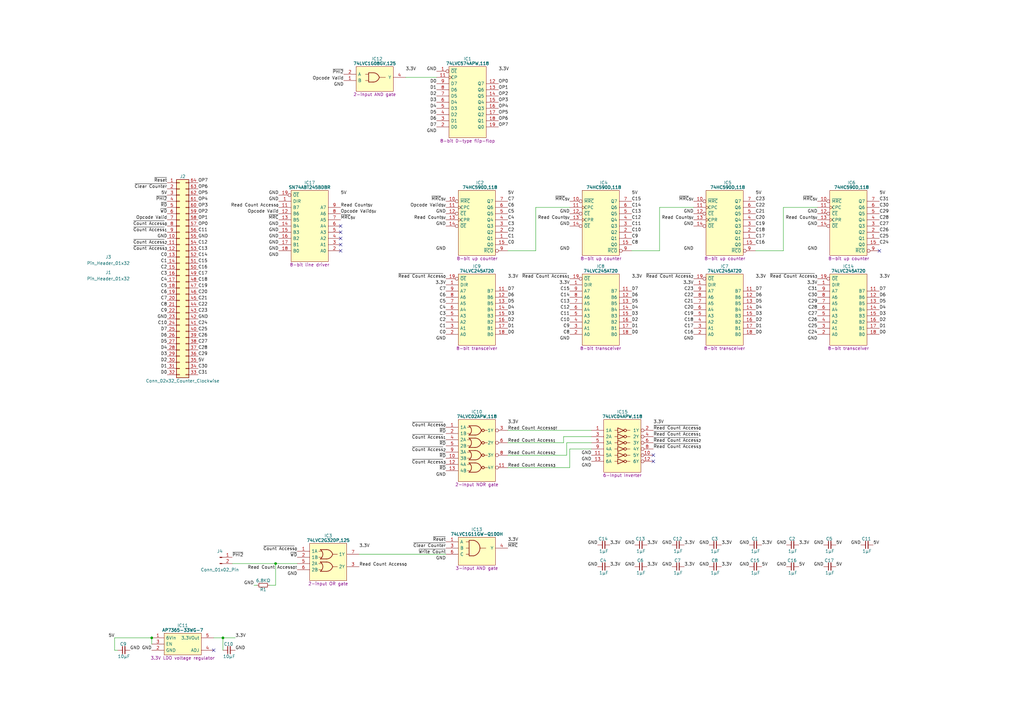
<source format=kicad_sch>
(kicad_sch (version 20231120) (generator "eeschema") (generator_version "8.0")
  (paper "A3")
  (title_block (title "Instruction Counter and Code") (date "2024-02-15") (rev "V0"))
  (lib_symbols
    (symbol "Connector:Conn_01x02_Pin" (pin_names (offset 1.016) hide)
      (property "Reference" "J" (at 0 2.54 0))
      (property "Value" "Conn_01x02_Pin" (at 0 -5.08 0))
      (symbol "Conn_01x02_Pin_1_1"
        (pin passive line (at 5.08 0 180) (length 3.81) (name "Pin_1") (number "1"))
        (pin passive line (at 5.08 -2.54 180) (length 3.81) (name "Pin_2") (number "2"))
      )
    )
    (symbol "Connector_Generic:Conn_02x32_Counter_Clockwise" (pin_names (offset 1.016) hide)
      (property "Reference" "J" (at 1.27 40.64 0))
      (property "Value" "Conn_02x32_Counter_Clockwise" (at 1.27 -43.18 0))
      (symbol "Conn_02x32_Counter_Clockwise_1_1"
        (pin passive line (at -5.08 38.1 0) (length 3.81) (name "Pin_1") (number "1"))
        (pin passive line (at -5.08 15.24 0) (length 3.81) (name "Pin_10") (number "10"))
        (pin passive line (at -5.08 12.7 0) (length 3.81) (name "Pin_11") (number "11"))
        (pin passive line (at -5.08 10.16 0) (length 3.81) (name "Pin_12") (number "12"))
        (pin passive line (at -5.08 7.62 0) (length 3.81) (name "Pin_13") (number "13"))
        (pin passive line (at -5.08 5.08 0) (length 3.81) (name "Pin_14") (number "14"))
        (pin passive line (at -5.08 2.54 0) (length 3.81) (name "Pin_15") (number "15"))
        (pin passive line (at -5.08 0 0) (length 3.81) (name "Pin_16") (number "16"))
        (pin passive line (at -5.08 -2.54 0) (length 3.81) (name "Pin_17") (number "17"))
        (pin passive line (at -5.08 -5.08 0) (length 3.81) (name "Pin_18") (number "18"))
        (pin passive line (at -5.08 -7.62 0) (length 3.81) (name "Pin_19") (number "19"))
        (pin passive line (at -5.08 35.56 0) (length 3.81) (name "Pin_2") (number "2"))
        (pin passive line (at -5.08 -10.16 0) (length 3.81) (name "Pin_20") (number "20"))
        (pin passive line (at -5.08 -12.7 0) (length 3.81) (name "Pin_21") (number "21"))
        (pin passive line (at -5.08 -15.24 0) (length 3.81) (name "Pin_22") (number "22"))
        (pin passive line (at -5.08 -17.78 0) (length 3.81) (name "Pin_23") (number "23"))
        (pin passive line (at -5.08 -20.32 0) (length 3.81) (name "Pin_24") (number "24"))
        (pin passive line (at -5.08 -22.86 0) (length 3.81) (name "Pin_25") (number "25"))
        (pin passive line (at -5.08 -25.4 0) (length 3.81) (name "Pin_26") (number "26"))
        (pin passive line (at -5.08 -27.94 0) (length 3.81) (name "Pin_27") (number "27"))
        (pin passive line (at -5.08 -30.48 0) (length 3.81) (name "Pin_28") (number "28"))
        (pin passive line (at -5.08 -33.02 0) (length 3.81) (name "Pin_29") (number "29"))
        (pin passive line (at -5.08 33.02 0) (length 3.81) (name "Pin_3") (number "3"))
        (pin passive line (at -5.08 -35.56 0) (length 3.81) (name "Pin_30") (number "30"))
        (pin passive line (at -5.08 -38.1 0) (length 3.81) (name "Pin_31") (number "31"))
        (pin passive line (at -5.08 -40.64 0) (length 3.81) (name "Pin_32") (number "32"))
        (pin passive line (at 7.62 -40.64 180) (length 3.81) (name "Pin_33") (number "33"))
        (pin passive line (at 7.62 -38.1 180) (length 3.81) (name "Pin_34") (number "34"))
        (pin passive line (at 7.62 -35.56 180) (length 3.81) (name "Pin_35") (number "35"))
        (pin passive line (at 7.62 -33.02 180) (length 3.81) (name "Pin_36") (number "36"))
        (pin passive line (at 7.62 -30.48 180) (length 3.81) (name "Pin_37") (number "37"))
        (pin passive line (at 7.62 -27.94 180) (length 3.81) (name "Pin_38") (number "38"))
        (pin passive line (at 7.62 -25.4 180) (length 3.81) (name "Pin_39") (number "39"))
        (pin passive line (at -5.08 30.48 0) (length 3.81) (name "Pin_4") (number "4"))
        (pin passive line (at 7.62 -22.86 180) (length 3.81) (name "Pin_40") (number "40"))
        (pin passive line (at 7.62 -20.32 180) (length 3.81) (name "Pin_41") (number "41"))
        (pin passive line (at 7.62 -17.78 180) (length 3.81) (name "Pin_42") (number "42"))
        (pin passive line (at 7.62 -15.24 180) (length 3.81) (name "Pin_43") (number "43"))
        (pin passive line (at 7.62 -12.7 180) (length 3.81) (name "Pin_44") (number "44"))
        (pin passive line (at 7.62 -10.16 180) (length 3.81) (name "Pin_45") (number "45"))
        (pin passive line (at 7.62 -7.62 180) (length 3.81) (name "Pin_46") (number "46"))
        (pin passive line (at 7.62 -5.08 180) (length 3.81) (name "Pin_47") (number "47"))
        (pin passive line (at 7.62 -2.54 180) (length 3.81) (name "Pin_48") (number "48"))
        (pin passive line (at 7.62 0 180) (length 3.81) (name "Pin_49") (number "49"))
        (pin passive line (at -5.08 27.94 0) (length 3.81) (name "Pin_5") (number "5"))
        (pin passive line (at 7.62 2.54 180) (length 3.81) (name "Pin_50") (number "50"))
        (pin passive line (at 7.62 5.08 180) (length 3.81) (name "Pin_51") (number "51"))
        (pin passive line (at 7.62 7.62 180) (length 3.81) (name "Pin_52") (number "52"))
        (pin passive line (at 7.62 10.16 180) (length 3.81) (name "Pin_53") (number "53"))
        (pin passive line (at 7.62 12.7 180) (length 3.81) (name "Pin_54") (number "54"))
        (pin passive line (at 7.62 15.24 180) (length 3.81) (name "Pin_55") (number "55"))
        (pin passive line (at 7.62 17.78 180) (length 3.81) (name "Pin_56") (number "56"))
        (pin passive line (at 7.62 20.32 180) (length 3.81) (name "Pin_57") (number "57"))
        (pin passive line (at 7.62 22.86 180) (length 3.81) (name "Pin_58") (number "58"))
        (pin passive line (at 7.62 25.4 180) (length 3.81) (name "Pin_59") (number "59"))
        (pin passive line (at -5.08 25.4 0) (length 3.81) (name "Pin_6") (number "6"))
        (pin passive line (at 7.62 27.94 180) (length 3.81) (name "Pin_60") (number "60"))
        (pin passive line (at 7.62 30.48 180) (length 3.81) (name "Pin_61") (number "61"))
        (pin passive line (at 7.62 33.02 180) (length 3.81) (name "Pin_62") (number "62"))
        (pin passive line (at 7.62 35.56 180) (length 3.81) (name "Pin_63") (number "63"))
        (pin passive line (at 7.62 38.1 180) (length 3.81) (name "Pin_64") (number "64"))
        (pin passive line (at -5.08 22.86 0) (length 3.81) (name "Pin_7") (number "7"))
        (pin passive line (at -5.08 20.32 0) (length 3.81) (name "Pin_8") (number "8"))
        (pin passive line (at -5.08 17.78 0) (length 3.81) (name "Pin_9") (number "9"))
      )
    )
    (symbol "Diodes_Inc:74LVC245AT20" (pin_names (offset 0.762))
      (property "Reference" "IC" (at 12.7 5.08 0))
      (property "Value" "74LVC245AT20" (at 12.7 3.175 0))
      (property "Description" "8-bit transceiver" (at 12.7 -28.575 0))
      (symbol "74LVC245AT20_0_0"
        (pin input line (at 0 -2.54 0) (length 5.08) (name "DIR") (number "1"))
        (pin passive line (at 0 -25.4 0) (length 5.08) hide (name "GND") (number "10"))
        (pin tri_state line (at 25.4 -5.08 180) (length 5.08) (name "B7") (number "11"))
        (pin tri_state line (at 25.4 -7.62 180) (length 5.08) (name "B6") (number "12"))
        (pin tri_state line (at 25.4 -10.16 180) (length 5.08) (name "B5") (number "13"))
        (pin tri_state line (at 25.4 -12.7 180) (length 5.08) (name "B4") (number "14"))
        (pin tri_state line (at 25.4 -15.24 180) (length 5.08) (name "B3") (number "15"))
        (pin tri_state line (at 25.4 -17.78 180) (length 5.08) (name "B2") (number "16"))
        (pin tri_state line (at 25.4 -20.32 180) (length 5.08) (name "B1") (number "17"))
        (pin tri_state line (at 25.4 -22.86 180) (length 5.08) (name "B0") (number "18"))
        (pin input inverted (at 0 0 0) (length 5.08) (name "~{OE}") (number "19"))
        (pin tri_state line (at 0 -22.86 0) (length 5.08) (name "A0") (number "2"))
        (pin tri_state line (at 0 -20.32 0) (length 5.08) (name "A1") (number "3"))
        (pin tri_state line (at 0 -17.78 0) (length 5.08) (name "A2") (number "4"))
        (pin tri_state line (at 0 -15.24 0) (length 5.08) (name "A3") (number "5"))
        (pin tri_state line (at 0 -12.7 0) (length 5.08) (name "A4") (number "6"))
        (pin tri_state line (at 0 -10.16 0) (length 5.08) (name "A5") (number "7"))
        (pin tri_state line (at 0 -7.62 0) (length 5.08) (name "A6") (number "8"))
        (pin tri_state line (at 0 -5.08 0) (length 5.08) (name "A7") (number "9"))
      )
      (symbol "74LVC245AT20_1_0"
        (pin passive line (at 25.4 0 180) (length 5.08) hide (name "3V") (number "20"))
      )
    )
    (symbol "Diodes_Inc:AP7365-33WG-7" (pin_names (offset 0.762))
      (property "Reference" "IC" (at 12.7 5.08 0))
      (property "Value" "AP7365-33WG-7" (at 12.7 3.175 0))
      (property "Description" "3.3V LDO voltage regulator" (at 12.7 -8.255 0))
      (symbol "AP7365-33WG-7_0_0"
        (pin passive line (at 0 -5.08 0) (length 5.08) (name "GND") (number "2"))
        (pin input line (at 0 -2.54 0) (length 5.08) (name "EN") (number "3"))
        (pin passive line (at 25.4 -5.08 180) (length 5.08) (name "ADJ") (number "4"))
      )
      (symbol "AP7365-33WG-7_1_0"
        (pin passive line (at 0 0 0) (length 5.08) (name "6VIn") (number "1"))
        (pin passive line (at 25.4 0 180) (length 5.08) (name "3.3VOut") (number "5"))
      )
    )
    (symbol "HCP65:C_0805" (pin_numbers hide) (pin_names (offset 0.254) hide)
      (property "Reference" "C" (at 2.286 2.54 0))
      (property "Value" "?μF" (at 2.54 -2.54 0))
      (symbol "C_0805_1_1"
        (pin passive line (at 0 0 0) (length 2.032) (name "~") (number "1"))
        (pin passive line (at 5.08 0 180) (length 2.032) (name "~") (number "2"))
      )
    )
    (symbol "HCP65:Pin_Header_01x32" (pin_names (offset 1.016) hide)
      (property "Reference" "J" (at 0 1.27 0))
      (property "Value" "Pin_Header_01x32" (at 0 -1.27 0))
    )
    (symbol "HCP65:R_0805" (pin_numbers hide) (pin_names hide)
      (property "Reference" "R" (at 2.54 1.778 0))
      (property "Value" "?Ω" (at 2.54 -1.905 0))
      (symbol "R_0805_1_1"
        (pin passive line (at 0 0 0) (length 0.72) (name "~") (number "1"))
        (pin passive line (at 5.08 0 180) (length 0.72) (name "~") (number "2"))
      )
    )
    (symbol "Nexperia:74HC590D,118" (pin_names (offset 0.762))
      (property "Reference" "IC" (at 13.97 7.62 0))
      (property "Value" "74HC590D,118" (at 13.97 5.715 0))
      (property "Description" "8-bit up counter " (at 13.335 -23.495 0))
      (symbol "74HC590D,118_0_0"
        (pin tri_state line (at 25.4 -15.24 180) (length 5.08) (name "Q1") (number "1"))
        (pin input inverted (at 0 0 0) (length 5.08) (name "~{MRC}") (number "10"))
        (pin input clock (at 0 -2.54 0) (length 5.08) (name "CPC") (number "11"))
        (pin input inverted (at 0 -5.08 0) (length 5.08) (name "~{CE}") (number "12"))
        (pin input clock (at 0 -7.62 0) (length 5.08) (name "CPR") (number "13"))
        (pin input inverted (at 0 -10.16 0) (length 5.08) (name "~{OE}") (number "14"))
        (pin tri_state line (at 25.4 -17.78 180) (length 5.08) (name "Q0") (number "15"))
        (pin passive line (at 25.4 2.54 180) (length 5.08) hide (name "VCC") (number "16"))
        (pin tri_state line (at 25.4 -12.7 180) (length 5.08) (name "Q2") (number "2"))
        (pin tri_state line (at 25.4 -10.16 180) (length 5.08) (name "Q3") (number "3"))
        (pin tri_state line (at 25.4 -7.62 180) (length 5.08) (name "Q4") (number "4"))
        (pin tri_state line (at 25.4 -5.08 180) (length 5.08) (name "Q5") (number "5"))
        (pin tri_state line (at 25.4 -2.54 180) (length 5.08) (name "Q6") (number "6"))
        (pin tri_state line (at 25.4 0 180) (length 5.08) (name "Q7") (number "7"))
        (pin passive line (at 0 -20.32 0) (length 5.08) hide (name "GND") (number "8"))
        (pin output inverted (at 25.4 -20.32 180) (length 5.08) (name "~{RCO}") (number "9"))
      )
    )
    (symbol "Nexperia:74LVC02APW,118" (pin_names (offset 0.762))
      (property "Reference" "IC" (at 12.7 6.35 0))
      (property "Value" "74LVC02APW,118" (at 12.7 4.445 0))
      (property "Description" "2-Input NOR gate" (at 12.7 -23.495 0))
      (symbol "74LVC02APW,118_0_0"
        (pin input line (at 0 0 0) (length 5.08) (name "1A") (number "1"))
        (pin input line (at 0 -12.7 0) (length 5.08) (name "3B") (number "10"))
        (pin output inverted (at 25.4 -16.51 180) (length 5.08) (name "4Y") (number "11"))
        (pin input line (at 0 -15.24 0) (length 5.08) (name "4A") (number "12"))
        (pin input line (at 0 -17.78 0) (length 5.08) (name "4B") (number "13"))
        (pin passive line (at 25.4 1.27 180) (length 5.08) hide (name "3V") (number "14"))
        (pin input line (at 0 -2.54 0) (length 5.08) (name "1B") (number "2"))
        (pin output inverted (at 25.4 -1.27 180) (length 5.08) (name "1Y") (number "3"))
        (pin input line (at 0 -5.08 0) (length 5.08) (name "2A") (number "4"))
        (pin input line (at 0 -7.62 0) (length 5.08) (name "2B") (number "5"))
        (pin output inverted (at 25.4 -6.35 180) (length 5.08) (name "2Y") (number "6"))
        (pin passive line (at 0 -20.32 0) (length 5.08) hide (name "GND") (number "7"))
        (pin output inverted (at 25.4 -11.43 180) (length 5.08) (name "3Y") (number "8"))
        (pin input line (at 0 -10.16 0) (length 5.08) (name "3A") (number "9"))
      )
    )
    (symbol "Nexperia:74LVC04APW,118" (pin_names (offset 0.762))
      (property "Reference" "IC" (at 12.7 7.62 0))
      (property "Value" "74LVC04APW,118" (at 12.7 5.715 0))
      (property "Description" "6-input inverter" (at 12.7 -18.415 0))
      (symbol "74LVC04APW,118_0_0"
        (pin input line (at 0 0 0) (length 5.08) (name "1A") (number "1"))
        (pin output inverted (at 25.4 -10.16 180) (length 5.08) (name "5Y") (number "10"))
        (pin input line (at 0 -10.16 0) (length 5.08) (name "5A") (number "11"))
        (pin output inverted (at 25.4 -12.7 180) (length 5.08) (name "6Y") (number "12"))
        (pin input line (at 0 -12.7 0) (length 5.08) (name "6A") (number "13"))
        (pin passive line (at 25.4 2.54 180) (length 5.08) hide (name "3V") (number "14"))
        (pin output inverted (at 25.4 0 180) (length 5.08) (name "1Y") (number "2"))
        (pin input line (at 0 -2.54 0) (length 5.08) (name "2A") (number "3"))
        (pin output inverted (at 25.4 -2.54 180) (length 5.08) (name "2Y") (number "4"))
        (pin input line (at 0 -5.08 0) (length 5.08) (name "3A") (number "5"))
        (pin output inverted (at 25.4 -5.08 180) (length 5.08) (name "3Y") (number "6"))
        (pin passive line (at 0 -15.24 0) (length 5.08) hide (name "GND") (number "7"))
        (pin output inverted (at 25.4 -7.62 180) (length 5.08) (name "4Y") (number "8"))
        (pin input line (at 0 -7.62 0) (length 5.08) (name "4A") (number "9"))
      )
    )
    (symbol "Nexperia:74LVC1G08GV,125" (pin_names (offset 0.762))
      (property "Reference" "IC" (at 11.43 6.35 0))
      (property "Value" "74LVC1G08GV,125" (at 12.7 4.445 0))
      (property "Description" "2-input AND gate" (at 12.7 -8.255 0))
      (symbol "74LVC1G08GV,125_0_0"
        (pin input line (at 0 -2.54 0) (length 5.08) (name "B") (number "1"))
        (pin input line (at 0 0 0) (length 5.08) (name "A") (number "2"))
        (pin passive line (at 0 -5.08 0) (length 5.08) hide (name "GND") (number "3"))
        (pin output line (at 25.4 -1.27 180) (length 5.08) (name "Y") (number "4"))
        (pin passive line (at 25.4 1.27 180) (length 5.08) hide (name "3V") (number "5"))
      )
    )
    (symbol "Nexperia:74LVC1G11GW-Q100H" (pin_names (offset 0.762))
      (property "Reference" "IC" (at 12.7 5.08 0))
      (property "Value" "74LVC1G11GW-Q100H" (at 12.7 3.175 0))
      (property "Description" "3-input AND gate" (at 12.7 -10.795 0))
      (symbol "74LVC1G11GW-Q100H_0_0"
        (pin input line (at 0 0 0) (length 5.08) (name "A") (number "1"))
        (pin input line (at 0 -2.54 0) (length 5.08) (name "B") (number "3"))
        (pin output line (at 25.4 -2.54 180) (length 5.08) (name "Y") (number "4"))
        (pin input line (at 0 -5.08 0) (length 5.08) (name "C") (number "6"))
      )
      (symbol "74LVC1G11GW-Q100H_1_0"
        (pin passive line (at 0 -7.62 0) (length 5.08) hide (name "GND") (number "2"))
        (pin passive line (at 25.4 0 180) (length 5.08) hide (name "3V") (number "5"))
      )
    )
    (symbol "Nexperia:74LVC2G32DP,125" (pin_names (offset 0.762))
      (property "Reference" "IC" (at 12.7 6.35 0))
      (property "Value" "74LVC2G32DP,125" (at 12.7 4.445 0))
      (property "Description" "2-input OR gate" (at 12.7 -13.335 0))
      (symbol "74LVC2G32DP,125_1_0"
        (pin input line (at 0 0 0) (length 5.08) (name "1A") (number "1"))
        (pin input line (at 0 -2.54 0) (length 5.08) (name "1B") (number "2"))
        (pin output line (at 25.4 -6.35 180) (length 5.08) (name "2Y") (number "3"))
        (pin passive line (at 0 -10.16 0) (length 5.08) hide (name "GND") (number "4"))
        (pin input line (at 0 -5.08 0) (length 5.08) (name "2A") (number "5"))
        (pin input line (at 0 -7.62 0) (length 5.08) (name "2B") (number "6"))
        (pin output line (at 25.4 -1.27 180) (length 5.08) (name "1Y") (number "7"))
        (pin passive line (at 25.4 1.27 180) (length 5.08) hide (name "VCC") (number "8"))
      )
    )
    (symbol "Nexperia:74LVC574APW,118" (pin_names (offset 0.762))
      (property "Reference" "IC" (at 12.7 5.08 0))
      (property "Value" "74LVC574APW,118" (at 12.7 3.175 0))
      (property "Description" "8-bit D-type flip-flop" (at 12.7 -28.575 0))
      (symbol "74LVC574APW,118_0_0"
        (pin input inverted (at 0 0 0) (length 5.08) (name "~{OE}") (number "1"))
        (pin passive line (at 0 -25.4 0) (length 5.08) hide (name "GND") (number "10"))
        (pin input clock (at 0 -2.54 0) (length 5.08) (name "CP") (number "11"))
        (pin tri_state line (at 25.4 -7.62 180) (length 5.08) (name "Q6") (number "13"))
        (pin tri_state line (at 25.4 -10.16 180) (length 5.08) (name "Q5") (number "14"))
        (pin tri_state line (at 25.4 -12.7 180) (length 5.08) (name "Q4") (number "15"))
        (pin tri_state line (at 25.4 -15.24 180) (length 5.08) (name "Q3") (number "16"))
        (pin tri_state line (at 25.4 -17.78 180) (length 5.08) (name "Q2") (number "17"))
        (pin tri_state line (at 25.4 -20.32 180) (length 5.08) (name "Q1") (number "18"))
        (pin tri_state line (at 25.4 -22.86 180) (length 5.08) (name "Q0") (number "19"))
        (pin input line (at 0 -22.86 0) (length 5.08) (name "D0") (number "2"))
        (pin passive line (at 25.4 0 180) (length 5.08) hide (name "3V") (number "20"))
        (pin input line (at 0 -20.32 0) (length 5.08) (name "D1") (number "3"))
        (pin input line (at 0 -17.78 0) (length 5.08) (name "D2") (number "4"))
        (pin input line (at 0 -15.24 0) (length 5.08) (name "D3") (number "5"))
        (pin input line (at 0 -12.7 0) (length 5.08) (name "D4") (number "6"))
        (pin input line (at 0 -10.16 0) (length 5.08) (name "D5") (number "7"))
        (pin input line (at 0 -7.62 0) (length 5.08) (name "D6") (number "8"))
        (pin input line (at 0 -5.08 0) (length 5.08) (name "D7") (number "9"))
      )
      (symbol "74LVC574APW,118_1_0"
        (pin tri_state line (at 25.4 -5.08 180) (length 5.08) (name "Q7") (number "12"))
      )
    )
    (symbol "Texas_Instruments:SN74ABT245BDBR" (pin_names (offset 0.762))
      (property "Reference" "IC" (at 12.7 5.08 0))
      (property "Value" "SN74ABT245BDBR" (at 12.7 3.175 0))
      (property "Description" "8-bit line driver" (at 12.7 -28.575 0))
      (symbol "SN74ABT245BDBR_0_0"
        (pin input line (at 0 -2.54 0) (length 5.08) (name "DIR") (number "1"))
        (pin passive line (at 0 -25.4 0) (length 5.08) hide (name "GND") (number "10"))
        (pin tri_state line (at 0 -5.08 0) (length 5.08) (name "B7") (number "11"))
        (pin tri_state line (at 0 -7.62 0) (length 5.08) (name "B6") (number "12"))
        (pin tri_state line (at 0 -10.16 0) (length 5.08) (name "B5") (number "13"))
        (pin tri_state line (at 0 -12.7 0) (length 5.08) (name "B4") (number "14"))
        (pin tri_state line (at 0 -15.24 0) (length 5.08) (name "B3") (number "15"))
        (pin tri_state line (at 0 -17.78 0) (length 5.08) (name "B2") (number "16"))
        (pin tri_state line (at 0 -20.32 0) (length 5.08) (name "B1") (number "17"))
        (pin tri_state line (at 0 -22.86 0) (length 5.08) (name "B0") (number "18"))
        (pin input inverted (at 0 0 0) (length 5.08) (name "~{OE}") (number "19"))
        (pin tri_state line (at 25.4 -22.86 180) (length 5.08) (name "A0") (number "2"))
        (pin passive line (at 25.4 0 180) (length 5.08) hide (name "5V") (number "20"))
        (pin tri_state line (at 25.4 -20.32 180) (length 5.08) (name "A1") (number "3"))
        (pin tri_state line (at 25.4 -17.78 180) (length 5.08) (name "A2") (number "4"))
        (pin tri_state line (at 25.4 -15.24 180) (length 5.08) (name "A3") (number "5"))
        (pin tri_state line (at 25.4 -12.7 180) (length 5.08) (name "A4") (number "6"))
        (pin tri_state line (at 25.4 -10.16 180) (length 5.08) (name "A5") (number "7"))
        (pin tri_state line (at 25.4 -7.62 180) (length 5.08) (name "A6") (number "8"))
        (pin tri_state line (at 25.4 -5.08 180) (length 5.08) (name "A7") (number "9"))
      )
    )
  )
  (junction (at 91.44 261.62))
  (junction (at 113.03 231.14))
  (junction (at 62.23 261.62))
  (no_connect (at 360.68 102.87))
  (no_connect (at 139.7 95.25))
  (no_connect (at 267.97 189.23))
  (no_connect (at 267.97 186.69))
  (no_connect (at 139.7 100.33))
  (no_connect (at 139.7 102.87))
  (no_connect (at 139.7 97.79))
  (no_connect (at 87.63 266.7))
  (no_connect (at 139.7 92.71))
  (wire (pts (xy 104.14 240.03) (xy 105.41 240.03)))
  (wire (pts (xy 233.68 184.15) (xy 233.68 191.77)))
  (wire (pts (xy 166.37 31.75) (xy 179.07 31.75)))
  (wire (pts (xy 231.14 179.07) (xy 242.57 179.07)))
  (wire (pts (xy 113.03 231.14) (xy 121.92 231.14)))
  (wire (pts (xy 335.28 85.09) (xy 321.31 85.09)))
  (wire (pts (xy 219.71 102.87) (xy 208.28 102.87)))
  (wire (pts (xy 208.28 181.61) (xy 231.14 181.61)))
  (wire (pts (xy 231.14 181.61) (xy 231.14 179.07)))
  (wire (pts (xy 46.99 261.62) (xy 62.23 261.62)))
  (wire (pts (xy 46.99 266.7) (xy 48.26 266.7)))
  (wire (pts (xy 110.49 240.03) (xy 113.03 240.03)))
  (wire (pts (xy 62.23 261.62) (xy 62.23 264.16)))
  (wire (pts (xy 233.68 191.77) (xy 208.28 191.77)))
  (wire (pts (xy 87.63 261.62) (xy 91.44 261.62)))
  (wire (pts (xy 113.03 240.03) (xy 113.03 231.14)))
  (wire (pts (xy 233.68 85.09) (xy 219.71 85.09)))
  (wire (pts (xy 284.48 85.09) (xy 270.51 85.09)))
  (wire (pts (xy 321.31 85.09) (xy 321.31 102.87)))
  (wire (pts (xy 270.51 102.87) (xy 259.08 102.87)))
  (wire (pts (xy 46.99 261.62) (xy 46.99 266.7)))
  (wire (pts (xy 219.71 85.09) (xy 219.71 102.87)))
  (wire (pts (xy 242.57 181.61) (xy 232.41 181.61)))
  (wire (pts (xy 232.41 181.61) (xy 232.41 186.69)))
  (wire (pts (xy 95.25 231.14) (xy 113.03 231.14)))
  (wire (pts (xy 91.44 261.62) (xy 96.52 261.62)))
  (wire (pts (xy 232.41 186.69) (xy 208.28 186.69)))
  (wire (pts (xy 321.31 102.87) (xy 309.88 102.87)))
  (wire (pts (xy 91.44 266.7) (xy 91.44 261.62)))
  (wire (pts (xy 270.51 85.09) (xy 270.51 102.87)))
  (wire (pts (xy 242.57 184.15) (xy 233.68 184.15)))
  (wire (pts (xy 208.28 176.53) (xy 242.57 176.53)))
  (wire (pts (xy 147.32 227.33) (xy 182.88 227.33)))
  (label "~{Count Access}_{0}" (at 68.58 92.71 180))
  (label "C4" (at 182.88 127 180))
  (label "C14" (at 259.08 85.09 0))
  (label "GND" (at 182.88 87.63 180))
  (label "5V" (at 68.58 80.01 180))
  (label "C0" (at 208.28 100.33 0))
  (label "~{Count Access}_{0}" (at 121.92 226.06 180))
  (label "Read Count Access_{2}" (at 208.28 186.69 0))
  (label "GND" (at 335.28 87.63 180))
  (label "D2" (at 68.58 148.59 180))
  (label "5V" (at 358.14 223.52 0))
  (label "C17" (at 309.88 97.79 0))
  (label "GND" (at 275.59 223.52 180))
  (label "D3" (at 208.28 129.54 0))
  (label "OP5" (at 204.47 46.99 0))
  (label "D7" (at 360.68 119.38 0))
  (label "C15" (at 259.08 82.55 0))
  (label "GND" (at 53.34 266.7 0))
  (label "D2" (at 208.28 132.08 0))
  (label "C4" (at 208.28 90.17 0))
  (label "Read Count Access_{1}" (at 208.28 181.61 0))
  (label "Opcode Valid" (at 140.97 33.02 180))
  (label "C5" (at 68.58 118.11 180))
  (label "~{WD}" (at 121.92 228.6 180))
  (label "Read Count_{5V}" (at 182.88 90.17 180))
  (label "GND" (at 290.83 232.41 180))
  (label "C25" (at 81.28 135.89 0))
  (label "~{Clear Counter}" (at 182.88 224.79 180))
  (label "5V" (at 208.28 80.01 0))
  (label "C24" (at 360.68 100.33 0))
  (label "C30" (at 81.28 151.13 0))
  (label "5V" (at 327.66 232.41 0))
  (label "~{MRC}_{5V}" (at 182.88 82.55 180))
  (label "D1" (at 360.68 134.62 0))
  (label "Read Count_{5V}" (at 139.7 85.09 0))
  (label "3.3V" (at 208.28 222.25 0))
  (label "GND" (at 337.82 232.41 180))
  (label "C16" (at 309.88 100.33 0))
  (label "C26" (at 81.28 138.43 0))
  (label "OP0" (at 204.47 34.29 0))
  (label "D0" (at 179.07 34.29 180))
  (label "Opcode Valid" (at 114.3 87.63 180))
  (label "Read Count_{5V}" (at 284.48 90.17 180))
  (label "D1" (at 309.88 134.62 0))
  (label "GND" (at 284.48 102.87 180))
  (label "C21" (at 309.88 87.63 0))
  (label "3.3V" (at 280.67 223.52 0))
  (label "OP7" (at 81.28 74.93 0))
  (label "5V" (at 139.7 80.01 0))
  (label "Opcode Valid_{5V}" (at 139.7 87.63 0))
  (label "GND" (at 114.3 95.25 180))
  (label "D0" (at 360.68 137.16 0))
  (label "C13" (at 233.68 124.46 180))
  (label "~{Reset}" (at 68.58 74.93 180))
  (label "C17" (at 81.28 113.03 0))
  (label "C27" (at 335.28 129.54 180))
  (label "GND" (at 245.11 232.41 180))
  (label "3.3V" (at 309.88 114.3 0))
  (label "C11" (at 81.28 95.25 0))
  (label "~{Count Access}_{0}" (at 182.88 175.26 180))
  (label "GND" (at 140.97 35.56 180))
  (label "~{Reset}" (at 182.88 222.25 180))
  (label "C12" (at 233.68 127 180))
  (label "C17" (at 284.48 134.62 180))
  (label "3.3V" (at 96.52 261.62 0))
  (label "D6" (at 68.58 138.43 180))
  (label "D2" (at 179.07 39.37 180))
  (label "D1" (at 68.58 151.13 180))
  (label "C15" (at 233.68 119.38 180))
  (label "~{MRC}_{5V}" (at 139.7 90.17 0))
  (label "D5" (at 309.88 124.46 0))
  (label "OP5" (at 81.28 80.01 0))
  (label "C2" (at 182.88 132.08 180))
  (label "GND" (at 121.92 236.22 180))
  (label "D0" (at 309.88 137.16 0))
  (label "3.3V" (at 280.67 232.41 0))
  (label "D5" (at 208.28 124.46 0))
  (label "5V" (at 312.42 232.41 0))
  (label "GND" (at 335.28 92.71 180))
  (label "C8" (at 68.58 125.73 180))
  (label "~{RD}" (at 182.88 182.88 180))
  (label "~{Count Access}_{1}" (at 68.58 95.25 180))
  (label "D2" (at 259.08 132.08 0))
  (label "OP2" (at 204.47 39.37 0))
  (label "D3" (at 309.88 129.54 0))
  (label "5V" (at 259.08 80.01 0))
  (label "3.3V" (at 250.19 223.52 0))
  (label "~{MRC}" (at 208.28 224.79 0))
  (label "~{Count Access}_{2}" (at 182.88 185.42 180))
  (label "C13" (at 259.08 87.63 0))
  (label "C21" (at 81.28 123.19 0))
  (label "~{RD}" (at 182.88 177.8 180))
  (label "OP6" (at 81.28 77.47 0))
  (label "3.3V" (at 360.68 114.3 0))
  (label "C31" (at 335.28 119.38 180))
  (label "Read Count Access_{0}" (at 114.3 85.09 180))
  (label "3.3V" (at 166.37 29.21 0))
  (label "5V" (at 81.28 148.59 0))
  (label "C8" (at 233.68 137.16 180))
  (label "C23" (at 284.48 119.38 180))
  (label "3.3V" (at 312.42 223.52 0))
  (label "GND" (at 284.48 87.63 180))
  (label "C6" (at 208.28 85.09 0))
  (label "GND" (at 275.59 232.41 180))
  (label "GND" (at 114.3 80.01 180))
  (label "D6" (at 360.68 121.92 0))
  (label "3.3V" (at 267.97 173.99 0))
  (label "GND" (at 114.3 97.79 180))
  (label "C27" (at 360.68 92.71 0))
  (label "3.3V" (at 233.68 116.84 180))
  (label "C27" (at 81.28 140.97 0))
  (label "D5" (at 259.08 124.46 0))
  (label "GND" (at 114.3 92.71 180))
  (label "3.3V" (at 259.08 114.3 0))
  (label "C15" (at 81.28 107.95 0))
  (label "~{PHI2}" (at 140.97 30.48 180))
  (label "Read Count_{5V}" (at 233.68 90.17 180))
  (label "OP7" (at 204.47 52.07 0))
  (label "GND" (at 62.23 266.7 180))
  (label "OP3" (at 204.47 41.91 0))
  (label "C3" (at 68.58 113.03 180))
  (label "GND" (at 182.88 229.87 180))
  (label "C28" (at 81.28 143.51 0))
  (label "C10" (at 259.08 95.25 0))
  (label "C19" (at 284.48 129.54 180))
  (label "D4" (at 208.28 127 0))
  (label "D7" (at 208.28 119.38 0))
  (label "~{Count Access}_{3}" (at 182.88 190.5 180))
  (label "D4" (at 259.08 127 0))
  (label "3.3V" (at 335.28 116.84 180))
  (label "3.3V" (at 204.47 29.21 0))
  (label "GND" (at 242.57 186.69 180))
  (label "C26" (at 335.28 132.08 180))
  (label "C23" (at 309.88 82.55 0))
  (label "3.3V" (at 284.48 116.84 180))
  (label "D6" (at 259.08 121.92 0))
  (label "3.3V" (at 250.19 232.41 0))
  (label "C9" (at 259.08 97.79 0))
  (label "Read Count Access_{0T}" (at 208.28 176.53 0))
  (label "~{Count Access}_{3}" (at 68.58 102.87 180))
  (label "GND" (at 284.48 139.7 180))
  (label "3.3V" (at 295.91 232.41 0))
  (label "GND" (at 242.57 189.23 180))
  (label "GND" (at 114.3 82.55 180))
  (label "3.3V" (at 327.66 223.52 0))
  (label "C7" (at 68.58 123.19 180))
  (label "5V" (at 360.68 80.01 0))
  (label "C25" (at 360.68 97.79 0))
  (label "OP1" (at 204.47 36.83 0))
  (label "GND" (at 284.48 92.71 180))
  (label "GND" (at 337.82 223.52 180))
  (label "GND" (at 233.68 139.7 180))
  (label "~{Read Count Access}_{0}" (at 267.97 176.53 0))
  (label "3.3V" (at 265.43 232.41 0))
  (label "C12" (at 81.28 100.33 0))
  (label "C28" (at 360.68 90.17 0))
  (label "~{RD}" (at 68.58 85.09 180))
  (label "~{Clear Counter}" (at 68.58 77.47 180))
  (label "~{MRC}_{5V}" (at 233.68 82.55 180))
  (label "C3" (at 182.88 129.54 180))
  (label "GND" (at 179.07 54.61 180))
  (label "OP6" (at 204.47 49.53 0))
  (label "D1" (at 259.08 134.62 0))
  (label "GND" (at 104.14 240.03 180))
  (label "GND" (at 245.11 223.52 180))
  (label "GND" (at 307.34 232.41 180))
  (label "D4" (at 360.68 127 0))
  (label "OP1" (at 81.28 90.17 0))
  (label "C30" (at 360.68 85.09 0))
  (label "~{Read Count Access}_{1}" (at 267.97 179.07 0))
  (label "D4" (at 179.07 44.45 180))
  (label "C30" (at 335.28 121.92 180))
  (label "D5" (at 360.68 124.46 0))
  (label "C20" (at 309.88 90.17 0))
  (label "GND" (at 68.58 130.81 180))
  (label "C22" (at 309.88 85.09 0))
  (label "~{MRC}_{5V}" (at 284.48 82.55 180))
  (label "D7" (at 309.88 119.38 0))
  (label "C6" (at 182.88 121.92 180))
  (label "D5" (at 68.58 140.97 180))
  (label "~{RD}" (at 182.88 193.04 180))
  (label "C29" (at 335.28 124.46 180))
  (label "~{PHI2}" (at 95.25 228.6 0))
  (label "C9" (at 233.68 134.62 180))
  (label "C26" (at 360.68 95.25 0))
  (label "5V" (at 342.9 223.52 0))
  (label "D7" (at 179.07 52.07 180))
  (label "5V" (at 342.9 232.41 0))
  (label "~{MRC}_{5V}" (at 335.28 82.55 180))
  (label "C16" (at 284.48 137.16 180))
  (label "D6" (at 309.88 121.92 0))
  (label "GND" (at 81.28 130.81 0))
  (label "~{Write Count}" (at 182.88 227.33 180))
  (label "C19" (at 81.28 118.11 0))
  (label "~{WD}" (at 68.58 87.63 180))
  (label "3.3V" (at 265.43 223.52 0))
  (label "D0" (at 208.28 137.16 0))
  (label "C4" (at 68.58 115.57 180))
  (label "C25" (at 335.28 134.62 180))
  (label "GND" (at 233.68 87.63 180))
  (label "C20" (at 81.28 120.65 0))
  (label "C8" (at 259.08 100.33 0))
  (label "C2" (at 68.58 110.49 180))
  (label "D5" (at 179.07 46.99 180))
  (label "3.3V" (at 208.28 173.99 0))
  (label "C1" (at 68.58 107.95 180))
  (label "C14" (at 81.28 105.41 0))
  (label "~{Read Count Access}_{3}" (at 335.28 114.3 180))
  (label "5V" (at 309.88 80.01 0))
  (label "~{PHI2}" (at 68.58 82.55 180))
  (label "D0" (at 259.08 137.16 0))
  (label "GND" (at 96.52 266.7 0))
  (label "D2" (at 360.68 132.08 0))
  (label "GND" (at 68.58 97.79 180))
  (label "C29" (at 81.28 146.05 0))
  (label "C16" (at 81.28 110.49 0))
  (label "GND" (at 335.28 139.7 180))
  (label "GND" (at 182.88 92.71 180))
  (label "D3" (at 259.08 129.54 0))
  (label "C12" (at 259.08 90.17 0))
  (label "D3" (at 179.07 41.91 180))
  (label "GND" (at 290.83 223.52 180))
  (label "C5" (at 208.28 87.63 0))
  (label "C1" (at 208.28 97.79 0))
  (label "GND" (at 114.3 100.33 180))
  (label "C22" (at 81.28 125.73 0))
  (label "C22" (at 284.48 121.92 180))
  (label "D4" (at 309.88 127 0))
  (label "C24" (at 335.28 137.16 180))
  (label "C6" (at 68.58 120.65 180))
  (label "~{MRC}" (at 114.3 90.17 180))
  (label "C2" (at 208.28 95.25 0))
  (label "GND" (at 114.3 102.87 180))
  (label "~{Count Access}_{1}" (at 182.88 180.34 180))
  (label "C18" (at 309.88 95.25 0))
  (label "D3" (at 360.68 129.54 0))
  (label "~{RD}" (at 182.88 187.96 180))
  (label "C23" (at 81.28 128.27 0))
  (label "GND" (at 322.58 232.41 180))
  (label "GND" (at 233.68 92.71 180))
  (label "C31" (at 81.28 153.67 0))
  (label "GND" (at 114.3 105.41 180))
  (label "OP4" (at 204.47 44.45 0))
  (label "D3" (at 68.58 146.05 180))
  (label "GND" (at 335.28 102.87 180))
  (label "C5" (at 182.88 124.46 180))
  (label "D4" (at 68.58 143.51 180))
  (label "OP4" (at 81.28 82.55 0))
  (label "~{Count Access}_{2}" (at 68.58 100.33 180))
  (label "D7" (at 259.08 119.38 0))
  (label "GND" (at 81.28 97.79 0))
  (label "3.3V" (at 147.32 224.79 0))
  (label "D2" (at 309.88 132.08 0))
  (label "~{Read Count Access}_{3}" (at 267.97 184.15 0))
  (label "C7" (at 182.88 119.38 180))
  (label "Opcode Valid" (at 68.58 90.17 180))
  (label "GND" (at 179.07 29.21 180))
  (label "C14" (at 233.68 121.92 180))
  (label "D1" (at 179.07 36.83 180))
  (label "OP2" (at 81.28 87.63 0))
  (label "C24" (at 81.28 133.35 0))
  (label "GND" (at 322.58 223.52 180))
  (label "D1" (at 208.28 134.62 0))
  (label "GND" (at 182.88 102.87 180))
  (label "D0" (at 68.58 153.67 180))
  (label "D6" (at 179.07 49.53 180))
  (label "~{Read Count Access}_{2}" (at 284.48 114.3 180))
  (label "Read Count_{5V}" (at 335.28 90.17 180))
  (label "5V" (at 46.99 261.62 180))
  (label "C0" (at 182.88 137.16 180))
  (label "OP0" (at 81.28 92.71 0))
  (label "C28" (at 335.28 127 180))
  (label "GND" (at 182.88 139.7 180))
  (label "C31" (at 360.68 82.55 0))
  (label "Opcode Valid_{5V}" (at 182.88 85.09 180))
  (label "GND" (at 242.57 191.77 180))
  (label "C13" (at 81.28 102.87 0))
  (label "C21" (at 284.48 124.46 180))
  (label "C10" (at 233.68 132.08 180))
  (label "D7" (at 68.58 135.89 180))
  (label "GND" (at 353.06 223.52 180))
  (label "3.3V" (at 208.28 114.3 0))
  (label "Read Count Access_{3}" (at 208.28 191.77 0))
  (label "3.3V" (at 182.88 116.84 180))
  (label "C3" (at 208.28 92.71 0))
  (label "OP3" (at 81.28 85.09 0))
  (label "GND" (at 260.35 223.52 180))
  (label "C0" (at 68.58 105.41 180))
  (label "Read Count Access_{0T}" (at 121.92 233.68 180))
  (label "C18" (at 81.28 115.57 0))
  (label "~{Read Count Access}_{2}" (at 267.97 181.61 0))
  (label "GND" (at 233.68 102.87 180))
  (label "D6" (at 208.28 121.92 0))
  (label "C18" (at 284.48 132.08 180))
  (label "~{Read Count Access}_{0}" (at 182.88 114.3 180))
  (label "C9" (at 68.58 128.27 180))
  (label "GND" (at 307.34 223.52 180))
  (label "GND" (at 260.35 232.41 180))
  (label "Read Count Access_{0}" (at 147.32 232.41 0))
  (label "C29" (at 360.68 87.63 0))
  (label "C11" (at 259.08 92.71 0))
  (label "C19" (at 309.88 92.71 0))
  (label "C10" (at 68.58 133.35 180))
  (label "GND" (at 182.88 195.58 180))
  (label "C20" (at 284.48 127 180))
  (label "C1" (at 182.88 134.62 180))
  (label "C11" (at 233.68 129.54 180))
  (label "3.3V" (at 295.91 223.52 0))
  (label "C7" (at 208.28 82.55 0))
  (label "~{Read Count Access}_{1}" (at 233.68 114.3 180))
  (symbol (lib_id "Nexperia:74HC590D,118") (at 284.48 82.55 0) (unit 1)
    (property "Reference" "IC5" (at 298.45 74.93 0))
    (property "Value" "74HC590D,118" (at 298.45 76.835 0) (effects (font (bold yes))))
    (property "Footprint" "SamacSys_Parts:SOIC127P600X175-16N" (effects (hide yes)))
    (property "Datasheet" "https://assets.nexperia.com/documents/data-sheet/74HC590.pdf" (effects (hide yes)))
    (property "Description" "8-bit up counter " (at 297.815 106.045 0))
    (property "Height" "1.75" (effects (hide yes)))
    (property "Mouser Part Number" "771-HC590D118" (effects (hide yes)))
    (property "Mouser Price/Stock" "https://www.mouser.co.uk/ProductDetail/Nexperia/74HC590D118?qs=P62ublwmbi%2FziKE5yUM7PQ%3D%3D" (effects (hide yes)))
    (property "Manufacturer_Name" "Nexperia" (effects (hide yes)))
    (property "Manufacturer_Part_Number" "74HC590D,118" (effects (hide yes)))
    (property "Silkscreen" "74HC590" (effects (hide yes)))
    (property "Garbage" "74HC590 - 8-bit binary counter with output register; 3-state@en-us" (effects (hide yes)))
  )
  (symbol (lib_id "HCP65:C_0805") (at 322.58 232.41 0) (unit 1)
    (property "Reference" "C16" (at 324.866 229.87 0))
    (property "Value" "1μF" (at 325.12 234.95 0))
    (property "Footprint" "SamacSys_Parts:C_0805" (effects (hide yes)))
  )
  (symbol (lib_id "HCP65:C_0805") (at 290.83 223.52 0) (unit 1)
    (property "Reference" "C3" (at 293.116 220.98 0))
    (property "Value" "1μF" (at 293.37 226.06 0))
    (property "Footprint" "SamacSys_Parts:C_0805" (effects (hide yes)))
  )
  (symbol (lib_id "Nexperia:74HC590D,118") (at 335.28 82.55 0) (unit 1)
    (property "Reference" "IC6" (at 349.25 74.93 0))
    (property "Value" "74HC590D,118" (at 349.25 76.835 0) (effects (font (bold yes))))
    (property "Footprint" "SamacSys_Parts:SOIC127P600X175-16N" (effects (hide yes)))
    (property "Datasheet" "https://assets.nexperia.com/documents/data-sheet/74HC590.pdf" (effects (hide yes)))
    (property "Description" "8-bit up counter " (at 348.615 106.045 0))
    (property "Height" "1.75" (effects (hide yes)))
    (property "Mouser Part Number" "771-HC590D118" (effects (hide yes)))
    (property "Mouser Price/Stock" "https://www.mouser.co.uk/ProductDetail/Nexperia/74HC590D118?qs=P62ublwmbi%2FziKE5yUM7PQ%3D%3D" (effects (hide yes)))
    (property "Manufacturer_Name" "Nexperia" (effects (hide yes)))
    (property "Manufacturer_Part_Number" "74HC590D,118" (effects (hide yes)))
    (property "Silkscreen" "74HC590" (effects (hide yes)))
    (property "Garbage" "74HC590 - 8-bit binary counter with output register; 3-state@en-us" (effects (hide yes)))
  )
  (symbol (lib_id "HCP65:C_0805") (at 91.44 266.7 0) (unit 1)
    (property "Reference" "C10" (at 93.726 264.16 0))
    (property "Value" "10μF" (at 93.98 269.24 0))
    (property "Footprint" "SamacSys_Parts:C_0805" (effects (hide yes)))
  )
  (symbol (lib_id "HCP65:C_0805") (at 307.34 232.41 0) (unit 1)
    (property "Reference" "C15" (at 309.626 229.87 0))
    (property "Value" "1μF" (at 309.88 234.95 0))
    (property "Footprint" "SamacSys_Parts:C_0805" (effects (hide yes)))
  )
  (symbol (lib_id "HCP65:C_0805") (at 48.26 266.7 0) (unit 1)
    (property "Reference" "C9" (at 50.546 264.16 0))
    (property "Value" "10μF" (at 50.8 269.24 0))
    (property "Footprint" "SamacSys_Parts:C_0805" (effects (hide yes)))
  )
  (symbol (lib_id "Diodes_Inc:74LVC245AT20") (at 233.68 114.3 0) (unit 1)
    (property "Reference" "IC8" (at 246.38 109.22 0))
    (property "Value" "74LVC245AT20" (at 246.38 111.125 0) (effects (font (bold yes))))
    (property "Footprint" "SamacSys_Parts:SOP65P640X120-20N" (effects (hide yes)))
    (property "Datasheet" "https://www.diodes.com/assets/Datasheets/74LVC245A.pdf" (effects (hide yes)))
    (property "Description" "8-bit transceiver" (at 246.38 142.875 0))
    (property "Height" "1.2" (effects (hide yes)))
    (property "Manufacturer_Name" "Diodes Inc." (effects (hide yes)))
    (property "Manufacturer_Part_Number" "74LVC245AT20-13" (effects (hide yes)))
    (property "Mouser Part Number" "621-74LVC245AT20-13" (effects (hide yes)))
    (property "Mouser Price/Stock" "https://www.mouser.co.uk/ProductDetail/Diodes-Incorporated/74LVC245AT20-13?qs=IvkZ4pJZlB2XcM151iWWTw%3D%3D" (effects (hide yes)))
    (property "Silkscreen" "74LVC245" (effects (hide yes)))
    (property "Garbage" "Bus Transceivers Octal Buffer Trans 3-State Outputs" (effects (hide yes)))
  )
  (symbol (lib_id "HCP65:C_0805") (at 260.35 232.41 0) (unit 1)
    (property "Reference" "C6" (at 262.636 229.87 0))
    (property "Value" "1μF" (at 262.89 234.95 0))
    (property "Footprint" "SamacSys_Parts:C_0805" (effects (hide yes)))
  )
  (symbol (lib_id "HCP65:C_0805") (at 290.83 232.41 0) (unit 1)
    (property "Reference" "C8" (at 293.116 229.87 0))
    (property "Value" "1μF" (at 293.37 234.95 0))
    (property "Footprint" "SamacSys_Parts:C_0805" (effects (hide yes)))
  )
  (symbol (lib_id "HCP65:C_0805") (at 337.82 232.41 0) (unit 1)
    (property "Reference" "C17" (at 340.106 229.87 0))
    (property "Value" "1μF" (at 340.36 234.95 0))
    (property "Footprint" "SamacSys_Parts:C_0805" (effects (hide yes)))
  )
  (symbol (lib_id "Connector:Conn_01x02_Pin") (at 90.17 228.6 0) (unit 1)
    (property "Reference" "J4" (at 90.17 226.06 0))
    (property "Value" "Conn_01x02_Pin" (at 90.17 233.68 0))
    (property "Footprint" "Connector_PinHeader_2.54mm:PinHeader_1x02_P2.54mm_Vertical" (effects (hide yes)))
    (property "Description" "Generic connector, single row, 01x02, script generated" (effects (hide yes)))
  )
  (symbol (lib_id "HCP65:C_0805") (at 275.59 232.41 0) (unit 1)
    (property "Reference" "C7" (at 277.876 229.87 0))
    (property "Value" "1μF" (at 278.13 234.95 0))
    (property "Footprint" "SamacSys_Parts:C_0805" (effects (hide yes)))
  )
  (symbol (lib_id "HCP65:C_0805") (at 245.11 232.41 0) (unit 1)
    (property "Reference" "C4" (at 247.396 229.87 0))
    (property "Value" "1μF" (at 247.65 234.95 0))
    (property "Footprint" "SamacSys_Parts:C_0805" (effects (hide yes)))
  )
  (symbol (lib_id "Nexperia:74LVC2G32DP,125") (at 121.92 226.06 0) (unit 1)
    (property "Reference" "IC3" (at 134.62 219.71 0))
    (property "Value" "74LVC2G32DP,125" (at 134.62 221.615 0) (effects (font (bold yes))))
    (property "Footprint" "SamacSys_Parts:SOP65P400X110-8N" (effects (hide yes)))
    (property "Datasheet" "https://assets.nexperia.com/documents/data-sheet/74LVC2G32.pdf" (effects (hide yes)))
    (property "Description" "2-input OR gate" (at 134.62 239.395 0))
    (property "Height" "1.1" (effects (hide yes)))
    (property "Manufacturer_Name" "Nexperia" (effects (hide yes)))
    (property "Manufacturer_Part_Number" "74LVC2G32DP,125" (effects (hide yes)))
    (property "Mouser Part Number" "771-LVC2G32DP125" (effects (hide yes)))
    (property "Mouser Price/Stock" "https://www.mouser.co.uk/ProductDetail/Nexperia/74LVC2G32DP125?qs=me8TqzrmIYW%2FQ9dGbQTEYg%3D%3D" (effects (hide yes)))
    (property "Silkscreen" "'2G32" (effects (hide yes)))
    (property "Garbage" "Nexperia 74LVC2G32DP,125, Dual 2-Input OR Logic Gate, 8-Pin TSSOP" (effects (hide yes)))
  )
  (symbol (lib_id "HCP65:C_0805") (at 260.35 223.52 0) (unit 1)
    (property "Reference" "C13" (at 262.636 220.98 0))
    (property "Value" "1μF" (at 262.89 226.06 0))
    (property "Footprint" "SamacSys_Parts:C_0805" (effects (hide yes)))
  )
  (symbol (lib_id "Nexperia:74LVC02APW,118") (at 182.88 175.26 0) (unit 1)
    (property "Reference" "IC10" (at 195.58 168.91 0))
    (property "Value" "74LVC02APW,118" (at 195.58 170.815 0) (effects (font (bold yes))))
    (property "Footprint" "SamacSys_Parts:SOP65P640X110-14N" (effects (hide yes)))
    (property "Datasheet" "https://assets.nexperia.com/documents/data-sheet/74LVC02A.pdf" (effects (hide yes)))
    (property "Description" "2-Input NOR gate" (at 195.58 198.755 0))
    (property "Height" "1.1" (effects (hide yes)))
    (property "Mouser Part Number" "771-74LVC02APW-T" (effects (hide yes)))
    (property "Mouser Price/Stock" "https://www.mouser.co.uk/ProductDetail/Nexperia/74LVC02APW118?qs=me8TqzrmIYX6VnwIC2vA2w%3D%3D" (effects (hide yes)))
    (property "Manufacturer_Name" "Nexperia" (effects (hide yes)))
    (property "Manufacturer_Part_Number" "74LVC02APW,118" (effects (hide yes)))
    (property "Silkscreen" "74LVC02" (effects (hide yes)))
    (property "Garbage" "Nexperia 74LVC02APW,118, Quad 2-Input NOR Logic Gate, 14-Pin TSSOP" (effects (hide yes)))
  )
  (symbol (lib_id "Diodes_Inc:74LVC245AT20") (at 335.28 114.3 0) (unit 1)
    (property "Reference" "IC14" (at 347.98 109.22 0))
    (property "Value" "74LVC245AT20" (at 347.98 111.125 0) (effects (font (bold yes))))
    (property "Footprint" "SamacSys_Parts:SOP65P640X120-20N" (effects (hide yes)))
    (property "Datasheet" "https://www.diodes.com/assets/Datasheets/74LVC245A.pdf" (effects (hide yes)))
    (property "Description" "8-bit transceiver" (at 347.98 142.875 0))
    (property "Height" "1.2" (effects (hide yes)))
    (property "Manufacturer_Name" "Diodes Inc." (effects (hide yes)))
    (property "Manufacturer_Part_Number" "74LVC245AT20-13" (effects (hide yes)))
    (property "Mouser Part Number" "621-74LVC245AT20-13" (effects (hide yes)))
    (property "Mouser Price/Stock" "https://www.mouser.co.uk/ProductDetail/Diodes-Incorporated/74LVC245AT20-13?qs=IvkZ4pJZlB2XcM151iWWTw%3D%3D" (effects (hide yes)))
    (property "Silkscreen" "74LVC245" (effects (hide yes)))
    (property "Garbage" "Bus Transceivers Octal Buffer Trans 3-State Outputs" (effects (hide yes)))
  )
  (symbol (lib_id "HCP65:C_0805") (at 275.59 223.52 0) (unit 1)
    (property "Reference" "C12" (at 277.876 220.98 0))
    (property "Value" "1μF" (at 278.13 226.06 0))
    (property "Footprint" "SamacSys_Parts:C_0805" (effects (hide yes)))
  )
  (symbol (lib_id "HCP65:Pin_Header_01x32") (at 44.45 113.03 0) (unit 1)
    (property "Reference" "J1" (at 44.45 111.76 0))
    (property "Value" "Pin_Header_01x32" (at 44.45 114.3 0))
    (property "Footprint" "SamacSys_Parts:PinHeader_1x32_P2.54mm_Vertical" (effects (hide yes)))
  )
  (symbol (lib_id "HCP65:C_0805") (at 307.34 223.52 0) (unit 1)
    (property "Reference" "C1" (at 309.626 220.98 0))
    (property "Value" "1μF" (at 309.88 226.06 0))
    (property "Footprint" "SamacSys_Parts:C_0805" (effects (hide yes)))
  )
  (symbol (lib_id "HCP65:C_0805") (at 353.06 223.52 0) (unit 1)
    (property "Reference" "C11" (at 355.346 220.98 0))
    (property "Value" "1μF" (at 355.6 226.06 0))
    (property "Footprint" "SamacSys_Parts:C_0805" (effects (hide yes)))
  )
  (symbol (lib_id "HCP65:C_0805") (at 322.58 223.52 0) (unit 1)
    (property "Reference" "C2" (at 324.866 220.98 0))
    (property "Value" "1μF" (at 325.12 226.06 0))
    (property "Footprint" "SamacSys_Parts:C_0805" (effects (hide yes)))
  )
  (symbol (lib_id "HCP65:Pin_Header_01x32") (at 44.45 106.68 0) (unit 1)
    (property "Reference" "J3" (at 44.45 105.41 0))
    (property "Value" "Pin_Header_01x32" (at 44.45 107.95 0))
    (property "Footprint" "SamacSys_Parts:PinHeader_1x32_P2.54mm_Vertical" (effects (hide yes)))
  )
  (symbol (lib_id "Diodes_Inc:AP7365-33WG-7") (at 62.23 261.62 0) (unit 1)
    (property "Reference" "IC11" (at 74.93 256.54 0))
    (property "Value" "AP7365-33WG-7" (at 74.93 258.445 0) (effects (font (bold yes))))
    (property "Footprint" "SamacSys_Parts:SOT95P285X130-5N" (effects (hide yes)))
    (property "Datasheet" "https://componentsearchengine.com/Datasheets/1/AP7365-33WG-7.pdf" (effects (hide yes)))
    (property "Description" "3.3V LDO voltage regulator" (at 74.93 269.875 0))
    (property "Height" "1.3" (effects (hide yes)))
    (property "Manufacturer_Name" "Diodes Inc." (effects (hide yes)))
    (property "Manufacturer_Part_Number" "AP7365-33WG-7" (effects (hide yes)))
    (property "Mouser Part Number" "621-AP7365-33WG-7" (effects (hide yes)))
    (property "Mouser Price/Stock" "https://www.mouser.co.uk/ProductDetail/Diodes-Incorporated/AP7365-33WG-7?qs=abZ1nkZpTuOZFvxvoFPL0w%3D%3D" (effects (hide yes)))
    (property "Arrow Part Number" "AP7365-33WG-7" (effects (hide yes)))
    (property "Arrow Price/Stock" "https://www.arrow.com/en/products/ap7365-33wg-7/diodes-incorporated?region=nac" (effects (hide yes)))
    (property "Silkscreen" "AP7365" (effects (hide yes)))
  )
  (symbol (lib_id "HCP65:R_0805") (at 110.49 240.03 180) (unit 1)
    (property "Reference" "R1" (at 107.95 241.808 0))
    (property "Value" "6.8KΩ" (at 107.95 238.125 0))
    (property "Footprint" "SamacSys_Parts:R_0805" (effects (hide yes)))
  )
  (symbol (lib_id "Nexperia:74LVC1G11GW-Q100H") (at 182.88 222.25 0) (unit 1)
    (property "Reference" "IC13" (at 195.58 217.17 0))
    (property "Value" "74LVC1G11GW-Q100H" (at 195.58 219.075 0) (effects (font (bold yes))))
    (property "Footprint" "SamacSys_Parts:SOP65P210X110-6N" (effects (hide yes)))
    (property "Datasheet" "https://assets.nexperia.com/documents/data-sheet/74LVC1G11_Q100.pdf" (effects (hide yes)))
    (property "Description" "3-input AND gate" (at 195.58 233.045 0))
    (property "Height" "1.1" (effects (hide yes)))
    (property "Manufacturer_Name" "Nexperia" (effects (hide yes)))
    (property "Manufacturer_Part_Number" "74LVC1G11GW-Q100H" (effects (hide yes)))
    (property "Mouser Part Number" "771-74LVC1G11GWQ100H" (effects (hide yes)))
    (property "Mouser Price/Stock" "https://www.mouser.co.uk/ProductDetail/Nexperia/74LVC1G11GW-Q100H?qs=cbprxTG2Yq8FEeh2WZ6ztg%3D%3D" (effects (hide yes)))
    (property "Silkscreen" "'1G11" (effects (hide yes)))
    (property "Garbage" "74LVC1G11-Q100 - Single 3-input AND gate@en-us" (effects (hide yes)))
  )
  (symbol (lib_id "Nexperia:74HC590D,118") (at 182.88 82.55 0) (unit 1)
    (property "Reference" "IC2" (at 196.85 74.93 0))
    (property "Value" "74HC590D,118" (at 196.85 76.835 0) (effects (font (bold yes))))
    (property "Footprint" "SamacSys_Parts:SOIC127P600X175-16N" (effects (hide yes)))
    (property "Datasheet" "https://assets.nexperia.com/documents/data-sheet/74HC590.pdf" (effects (hide yes)))
    (property "Description" "8-bit up counter " (at 196.215 106.045 0))
    (property "Height" "1.75" (effects (hide yes)))
    (property "Mouser Part Number" "771-HC590D118" (effects (hide yes)))
    (property "Mouser Price/Stock" "https://www.mouser.co.uk/ProductDetail/Nexperia/74HC590D118?qs=P62ublwmbi%2FziKE5yUM7PQ%3D%3D" (effects (hide yes)))
    (property "Manufacturer_Name" "Nexperia" (effects (hide yes)))
    (property "Manufacturer_Part_Number" "74HC590D,118" (effects (hide yes)))
    (property "Silkscreen" "74HC590" (effects (hide yes)))
    (property "Garbage" "74HC590 - 8-bit binary counter with output register; 3-state@en-us" (effects (hide yes)))
  )
  (symbol (lib_id "Diodes_Inc:74LVC245AT20") (at 284.48 114.3 0) (unit 1)
    (property "Reference" "IC7" (at 297.18 109.22 0))
    (property "Value" "74LVC245AT20" (at 297.18 111.125 0) (effects (font (bold yes))))
    (property "Footprint" "SamacSys_Parts:SOP65P640X120-20N" (effects (hide yes)))
    (property "Datasheet" "https://www.diodes.com/assets/Datasheets/74LVC245A.pdf" (effects (hide yes)))
    (property "Description" "8-bit transceiver" (at 297.18 142.875 0))
    (property "Height" "1.2" (effects (hide yes)))
    (property "Manufacturer_Name" "Diodes Inc." (effects (hide yes)))
    (property "Manufacturer_Part_Number" "74LVC245AT20-13" (effects (hide yes)))
    (property "Mouser Part Number" "621-74LVC245AT20-13" (effects (hide yes)))
    (property "Mouser Price/Stock" "https://www.mouser.co.uk/ProductDetail/Diodes-Incorporated/74LVC245AT20-13?qs=IvkZ4pJZlB2XcM151iWWTw%3D%3D" (effects (hide yes)))
    (property "Silkscreen" "74LVC245" (effects (hide yes)))
    (property "Garbage" "Bus Transceivers Octal Buffer Trans 3-State Outputs" (effects (hide yes)))
  )
  (symbol (lib_id "Diodes_Inc:74LVC245AT20") (at 182.88 114.3 0) (unit 1)
    (property "Reference" "IC9" (at 195.58 109.22 0))
    (property "Value" "74LVC245AT20" (at 195.58 111.125 0) (effects (font (bold yes))))
    (property "Footprint" "SamacSys_Parts:SOP65P640X120-20N" (effects (hide yes)))
    (property "Datasheet" "https://www.diodes.com/assets/Datasheets/74LVC245A.pdf" (effects (hide yes)))
    (property "Description" "8-bit transceiver" (at 195.58 142.875 0))
    (property "Height" "1.2" (effects (hide yes)))
    (property "Manufacturer_Name" "Diodes Inc." (effects (hide yes)))
    (property "Manufacturer_Part_Number" "74LVC245AT20-13" (effects (hide yes)))
    (property "Mouser Part Number" "621-74LVC245AT20-13" (effects (hide yes)))
    (property "Mouser Price/Stock" "https://www.mouser.co.uk/ProductDetail/Diodes-Incorporated/74LVC245AT20-13?qs=IvkZ4pJZlB2XcM151iWWTw%3D%3D" (effects (hide yes)))
    (property "Silkscreen" "74LVC245" (effects (hide yes)))
    (property "Garbage" "Bus Transceivers Octal Buffer Trans 3-State Outputs" (effects (hide yes)))
  )
  (symbol (lib_id "Nexperia:74HC590D,118") (at 233.68 82.55 0) (unit 1)
    (property "Reference" "IC4" (at 247.65 74.93 0))
    (property "Value" "74HC590D,118" (at 247.65 76.835 0) (effects (font (bold yes))))
    (property "Footprint" "SamacSys_Parts:SOIC127P600X175-16N" (effects (hide yes)))
    (property "Datasheet" "https://assets.nexperia.com/documents/data-sheet/74HC590.pdf" (effects (hide yes)))
    (property "Description" "8-bit up counter " (at 247.015 106.045 0))
    (property "Height" "1.75" (effects (hide yes)))
    (property "Mouser Part Number" "771-HC590D118" (effects (hide yes)))
    (property "Mouser Price/Stock" "https://www.mouser.co.uk/ProductDetail/Nexperia/74HC590D118?qs=P62ublwmbi%2FziKE5yUM7PQ%3D%3D" (effects (hide yes)))
    (property "Manufacturer_Name" "Nexperia" (effects (hide yes)))
    (property "Manufacturer_Part_Number" "74HC590D,118" (effects (hide yes)))
    (property "Silkscreen" "74HC590" (effects (hide yes)))
    (property "Garbage" "74HC590 - 8-bit binary counter with output register; 3-state@en-us" (effects (hide yes)))
  )
  (symbol (lib_id "Connector_Generic:Conn_02x32_Counter_Clockwise") (at 73.66 113.03 0) (unit 1)
    (property "Reference" "J2" (at 74.93 72.39 0))
    (property "Value" "Conn_02x32_Counter_Clockwise" (at 74.93 156.21 0))
    (property "Footprint" "SamacSys_Parts:DIP-64_Board_W22.86mm" (effects (hide yes)))
    (property "Description" "Generic connector, double row, 02x32, counter clockwise pin numbering scheme (similar to DIP package numbering), script generated (kicad-library-utils/schlib/autogen/connector/)" (effects (hide yes)))
  )
  (symbol (lib_id "Texas_Instruments:SN74ABT245BDBR") (at 114.3 80.01 0) (unit 1)
    (property "Reference" "IC17" (at 127 74.93 0))
    (property "Value" "SN74ABT245BDBR" (at 127 76.835 0) (effects (font (bold yes))))
    (property "Footprint" "SamacSys_Parts:SOP65P780X200-20N" (effects (hide yes)))
    (property "Datasheet" "http://www.ti.com/lit/gpn/sn74abt245b" (effects (hide yes)))
    (property "Description" "8-bit line driver" (at 127 108.585 0))
    (property "Height" "2" (effects (hide yes)))
    (property "Manufacturer_Name" "Texas Instruments" (effects (hide yes)))
    (property "Manufacturer_Part_Number" "SN74ABT245BDBR" (effects (hide yes)))
    (property "Mouser Part Number" "595-SN74ABT245BDBR" (effects (hide yes)))
    (property "Mouser Price/Stock" "https://www.mouser.co.uk/ProductDetail/Texas-Instruments/SN74ABT245BDBR?qs=5nGYs9Do7G0kvriH65mtcg%3D%3D" (effects (hide yes)))
    (property "Silkscreen" "74ABT245" (effects (hide yes)))
    (property "Garbage" "Texas Instruments SN74ABT245BDBR, Bus Transceiver, 8-Bit Non-Inverting TTL, 5V, 20-Pin SSOP" (effects (hide yes)))
  )
  (symbol (lib_id "Nexperia:74LVC574APW,118") (at 179.07 29.21 0) (unit 1)
    (property "Reference" "IC1" (at 191.77 24.13 0))
    (property "Value" "74LVC574APW,118" (at 191.77 26.035 0) (effects (font (bold yes))))
    (property "Footprint" "SamacSys_Parts:SOP65P640X110-20N" (effects (hide yes)))
    (property "Datasheet" "https://assets.nexperia.com/documents/data-sheet/74LVC574A.pdf" (effects (hide yes)))
    (property "Description" "8-bit D-type flip-flop" (at 191.77 57.785 0))
    (property "Height" "1.1" (effects (hide yes)))
    (property "Manufacturer_Name" "Nexperia" (effects (hide yes)))
    (property "Manufacturer_Part_Number" "74LVC574APW,118" (effects (hide yes)))
    (property "Mouser Part Number" "771-74LVC574APW-T" (effects (hide yes)))
    (property "Mouser Price/Stock" "https://www.mouser.co.uk/ProductDetail/Nexperia/74LVC574APW118?qs=me8TqzrmIYXFXrN3QSTUuw%3D%3D" (effects (hide yes)))
    (property "Silkscreen" "74LVC574" (effects (hide yes)))
    (property "Garbage" "74LVC574A - Octal D-type flip-flop with 5 V tolerant inputs/outputs; positive edge-trigger (3-state)@en-us" (effects (hide yes)))
  )
  (symbol (lib_id "Nexperia:74LVC04APW,118") (at 242.57 176.53 0) (unit 1)
    (property "Reference" "IC15" (at 255.27 168.91 0))
    (property "Value" "74LVC04APW,118" (at 255.27 170.815 0) (effects (font (bold yes))))
    (property "Footprint" "SamacSys_Parts:SOP65P640X110-14N" (effects (hide yes)))
    (property "Datasheet" "https://assets.nexperia.com/documents/data-sheet/74LVC04A.pdf" (effects (hide yes)))
    (property "Description" "6-input inverter" (at 255.27 194.945 0))
    (property "Height" "1.1" (effects (hide yes)))
    (property "Manufacturer_Name" "Nexperia" (effects (hide yes)))
    (property "Manufacturer_Part_Number" "74LVC04APW,118" (effects (hide yes)))
    (property "Mouser Part Number" "771-74LVC04APW-T" (effects (hide yes)))
    (property "Mouser Price/Stock" "https://www.mouser.co.uk/ProductDetail/Nexperia/74LVC04APW118?qs=me8TqzrmIYUA5zXidd9%2F4g%3D%3D" (effects (hide yes)))
    (property "Silkscreen" "74LVC04" (effects (hide yes)))
    (property "Garbage" "74LVC04A - Hex inverter@en-us" (effects (hide yes)))
  )
  (symbol (lib_id "HCP65:C_0805") (at 245.11 223.52 0) (unit 1)
    (property "Reference" "C14" (at 247.396 220.98 0))
    (property "Value" "1μF" (at 247.65 226.06 0))
    (property "Footprint" "SamacSys_Parts:C_0805" (effects (hide yes)))
  )
  (symbol (lib_id "HCP65:C_0805") (at 337.82 223.52 0) (unit 1)
    (property "Reference" "C5" (at 340.106 220.98 0))
    (property "Value" "1μF" (at 340.36 226.06 0))
    (property "Footprint" "SamacSys_Parts:C_0805" (effects (hide yes)))
  )
  (symbol (lib_id "Nexperia:74LVC1G08GV,125") (at 140.97 30.48 0) (unit 1)
    (property "Reference" "IC12" (at 152.4 24.13 0) (effects (justify left)))
    (property "Value" "74LVC1G08GV,125" (at 153.67 26.035 0) (effects (font (bold yes))))
    (property "Footprint" "SamacSys_Parts:SOT95P275X110-5N" (effects (hide yes)))
    (property "Datasheet" "https://assets.nexperia.com/documents/data-sheet/74LVC1G08.pdf" (effects (hide yes)))
    (property "Description" "2-input AND gate" (at 153.67 38.735 0))
    (property "Height" "1.1" (effects (hide yes)))
    (property "Manufacturer_Name" "Nexperia" (effects (hide yes)))
    (property "Manufacturer_Part_Number" "74LVC1G08GV,125" (effects (hide yes)))
    (property "Mouser Part Number" "771-74LVC1G08GV" (effects (hide yes)))
    (property "Mouser Price/Stock" "https://www.mouser.co.uk/ProductDetail/Nexperia/74LVC1G08GV125?qs=me8TqzrmIYXEnurJEPZc7A%3D%3D" (effects (hide yes)))
    (property "Arrow Part Number" "74LVC1G08GV,125" (effects (hide yes)))
    (property "Arrow Price/Stock" "https://www.arrow.com/en/products/74lvc1g08gv125/nexperia" (effects (hide yes)))
    (property "Silkscreen" "'1G08" (effects (hide yes)))
  )
)
</source>
